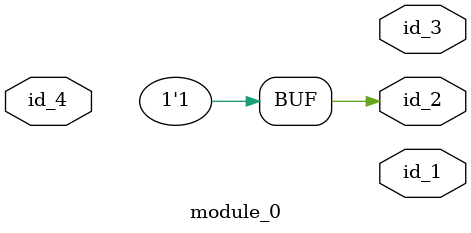
<source format=v>
`timescale 1ps / 1 ps `timescale 1ps / 1ps
module module_0 (
    id_1,
    id_2,
    id_3,
    id_4
);
  inout id_4;
  output id_3;
  output id_2;
  output id_1;
  assign id_2 = 1;
endmodule

</source>
